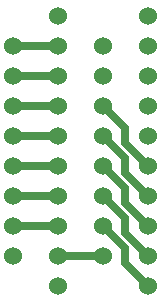
<source format=gbr>
%TF.GenerationSoftware,KiCad,Pcbnew,(6.0.1)*%
%TF.CreationDate,2022-02-13T21:37:46-07:00*%
%TF.ProjectId,GAL_to_bipolar,47414c5f-746f-45f6-9269-706f6c61722e,rev?*%
%TF.SameCoordinates,Original*%
%TF.FileFunction,Copper,L1,Top*%
%TF.FilePolarity,Positive*%
%FSLAX46Y46*%
G04 Gerber Fmt 4.6, Leading zero omitted, Abs format (unit mm)*
G04 Created by KiCad (PCBNEW (6.0.1)) date 2022-02-13 21:37:46*
%MOMM*%
%LPD*%
G01*
G04 APERTURE LIST*
%TA.AperFunction,ComponentPad*%
%ADD10C,1.524000*%
%TD*%
%TA.AperFunction,Conductor*%
%ADD11C,0.635000*%
%TD*%
G04 APERTURE END LIST*
D10*
%TO.P,J2,1,IO0*%
%TO.N,A4*%
X149860000Y-88900000D03*
%TO.P,J2,2,IO1*%
%TO.N,A3*%
X149860000Y-86360000D03*
%TO.P,J2,3,IO2*%
%TO.N,A2*%
X149860000Y-83820000D03*
%TO.P,J2,4,IO3*%
%TO.N,A1*%
X149860000Y-81280000D03*
%TO.P,J2,5,IO4*%
%TO.N,A0*%
X149860000Y-78740000D03*
%TO.P,J2,6,IO5*%
%TO.N,unconnected-(J2-Pad6)*%
X149860000Y-76200000D03*
%TO.P,J2,7,IO6*%
%TO.N,unconnected-(J2-Pad7)*%
X149860000Y-73660000D03*
%TO.P,J2,8,IO7*%
%TO.N,unconnected-(J2-Pad8)*%
X149860000Y-71120000D03*
%TO.P,J2,9,IO8*%
%TO.N,unconnected-(J2-Pad9)*%
X149860000Y-68580000D03*
%TO.P,J2,10,GND*%
%TO.N,GND*%
X149860000Y-66040000D03*
%TO.P,J2,11,IO9*%
%TO.N,unconnected-(J2-Pad11)*%
X142240000Y-66040000D03*
%TO.P,J2,12,IO10*%
%TO.N,B0*%
X142240000Y-68580000D03*
%TO.P,J2,13,IO11*%
%TO.N,B1*%
X142240000Y-71120000D03*
%TO.P,J2,14,IO12*%
%TO.N,B2*%
X142240000Y-73660000D03*
%TO.P,J2,15,IO13*%
%TO.N,B3*%
X142240000Y-76200000D03*
%TO.P,J2,16,IO14*%
%TO.N,B4*%
X142240000Y-78740000D03*
%TO.P,J2,17,IO15*%
%TO.N,B5*%
X142240000Y-81280000D03*
%TO.P,J2,18,IO16*%
%TO.N,B6*%
X142240000Y-83820000D03*
%TO.P,J2,19,IO17*%
%TO.N,B7*%
X142240000Y-86360000D03*
%TO.P,J2,20,VCC*%
%TO.N,+5V*%
X142240000Y-88900000D03*
%TD*%
%TO.P,J1,16,VCC*%
%TO.N,+5V*%
X146050000Y-68580000D03*
%TO.P,J1,15,E*%
%TO.N,unconnected-(J1-Pad15)*%
X146050000Y-71120000D03*
%TO.P,J1,14,A4*%
%TO.N,A0*%
X146050000Y-73660000D03*
%TO.P,J1,13,A3*%
%TO.N,A1*%
X146050000Y-76200000D03*
%TO.P,J1,12,A2*%
%TO.N,A2*%
X146050000Y-78740000D03*
%TO.P,J1,11,A1*%
%TO.N,A3*%
X146050000Y-81280000D03*
%TO.P,J1,10,A0*%
%TO.N,A4*%
X146050000Y-83820000D03*
%TO.P,J1,9,B7*%
%TO.N,B7*%
X146050000Y-86360000D03*
%TO.P,J1,8,GND*%
%TO.N,GND*%
X138430000Y-86360000D03*
%TO.P,J1,7,B6*%
%TO.N,B6*%
X138430000Y-83820000D03*
%TO.P,J1,6,B5*%
%TO.N,B5*%
X138430000Y-81280000D03*
%TO.P,J1,5,B4*%
%TO.N,B4*%
X138430000Y-78740000D03*
%TO.P,J1,4,B3*%
%TO.N,B3*%
X138430000Y-76200000D03*
%TO.P,J1,3,B2*%
%TO.N,B2*%
X138430000Y-73660000D03*
%TO.P,J1,2,B1*%
%TO.N,B1*%
X138430000Y-71120000D03*
%TO.P,J1,1,B0*%
%TO.N,B0*%
X138430000Y-68580000D03*
%TD*%
D11*
%TO.N,B7*%
X146050000Y-86360000D02*
X142240000Y-86360000D01*
%TO.N,B6*%
X142240000Y-83820000D02*
X138430000Y-83820000D01*
%TO.N,B5*%
X142240000Y-81280000D02*
X138430000Y-81280000D01*
%TO.N,B4*%
X142240000Y-78740000D02*
X138430000Y-78740000D01*
%TO.N,B3*%
X142240000Y-76200000D02*
X138430000Y-76200000D01*
%TO.N,B2*%
X142240000Y-73660000D02*
X138430000Y-73660000D01*
%TO.N,B1*%
X142240000Y-71120000D02*
X138430000Y-71120000D01*
%TO.N,B0*%
X142240000Y-68580000D02*
X138430000Y-68580000D01*
%TO.N,A4*%
X147955000Y-86995000D02*
X149860000Y-88900000D01*
X147955000Y-85725000D02*
X147955000Y-86995000D01*
X146050000Y-83820000D02*
X147955000Y-85725000D01*
%TO.N,A3*%
X147955000Y-83185000D02*
X147955000Y-84455000D01*
X147955000Y-84455000D02*
X149860000Y-86360000D01*
X146050000Y-81280000D02*
X147955000Y-83185000D01*
%TO.N,A2*%
X147955000Y-81915000D02*
X149860000Y-83820000D01*
X146050000Y-78740000D02*
X147955000Y-80645000D01*
X147955000Y-80645000D02*
X147955000Y-81915000D01*
%TO.N,A1*%
X147955000Y-79375000D02*
X149860000Y-81280000D01*
X146050000Y-76200000D02*
X147955000Y-78105000D01*
X147955000Y-78105000D02*
X147955000Y-79375000D01*
%TO.N,A0*%
X147955000Y-76835000D02*
X149860000Y-78740000D01*
X147955000Y-75565000D02*
X147955000Y-76835000D01*
X146050000Y-73660000D02*
X147955000Y-75565000D01*
%TD*%
M02*

</source>
